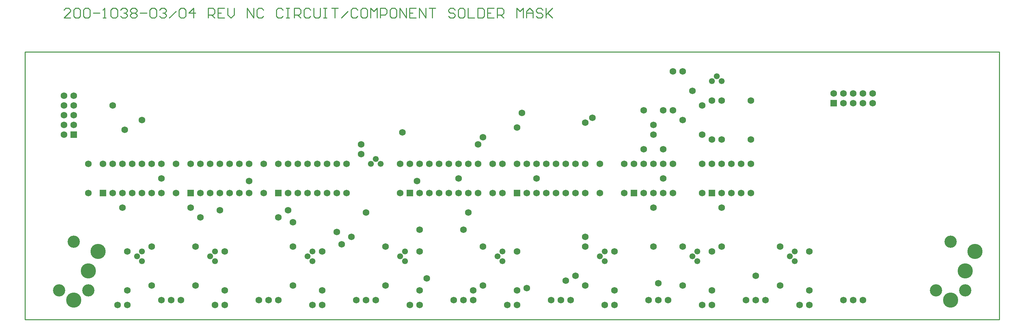
<source format=gbs>
*%FSLAX23Y23*%
*%MOIN*%
G01*
%ADD11C,0.007*%
%ADD12C,0.008*%
%ADD13C,0.010*%
%ADD14C,0.012*%
%ADD15C,0.020*%
%ADD16C,0.032*%
%ADD17C,0.036*%
%ADD18C,0.050*%
%ADD19C,0.052*%
%ADD20C,0.055*%
%ADD21C,0.056*%
%ADD22C,0.060*%
%ADD23C,0.061*%
%ADD24C,0.062*%
%ADD25C,0.068*%
%ADD26C,0.080*%
%ADD27C,0.095*%
%ADD28C,0.115*%
%ADD29C,0.120*%
%ADD30C,0.126*%
%ADD31C,0.150*%
%ADD32C,0.156*%
%ADD33R,0.062X0.062*%
%ADD34R,0.068X0.068*%
D13*
X5266Y9548D02*
X5333D01*
X5266D02*
X5333Y9615D01*
Y9631D01*
X5316Y9648D01*
X5283D01*
X5266Y9631D01*
X5366D02*
X5383Y9648D01*
X5416D01*
X5433Y9631D01*
Y9565D01*
X5416Y9548D01*
X5383D01*
X5366Y9565D01*
Y9631D01*
X5466D02*
X5483Y9648D01*
X5516D01*
X5533Y9631D01*
Y9565D01*
X5516Y9548D01*
X5483D01*
X5466Y9565D01*
Y9631D01*
X5566Y9598D02*
X5633D01*
X5666Y9548D02*
X5699D01*
X5683D01*
Y9648D01*
X5684D01*
X5683D02*
X5666Y9631D01*
X5749D02*
X5766Y9648D01*
X5799D01*
X5816Y9631D01*
Y9565D01*
X5799Y9548D01*
X5766D01*
X5749Y9565D01*
Y9631D01*
X5849D02*
X5866Y9648D01*
X5899D01*
X5916Y9631D01*
Y9615D01*
X5917D01*
X5916D02*
X5917D01*
X5916D02*
X5917D01*
X5916D02*
X5899Y9598D01*
X5882D01*
X5899D01*
X5916Y9581D01*
Y9565D01*
X5899Y9548D01*
X5866D01*
X5849Y9565D01*
X5949Y9631D02*
X5966Y9648D01*
X5999D01*
X6016Y9631D01*
Y9615D01*
X5999Y9598D01*
X6016Y9581D01*
Y9565D01*
X5999Y9548D01*
X5966D01*
X5949Y9565D01*
Y9581D01*
X5966Y9598D01*
X5949Y9615D01*
Y9631D01*
X5966Y9598D02*
X5999D01*
X6049D02*
X6116D01*
X6149Y9631D02*
X6166Y9648D01*
X6199D01*
X6216Y9631D01*
Y9565D01*
X6199Y9548D01*
X6166D01*
X6149Y9565D01*
Y9631D01*
X6249D02*
X6266Y9648D01*
X6299D01*
X6316Y9631D01*
Y9615D01*
X6317D01*
X6316D02*
X6317D01*
X6316D02*
X6317D01*
X6316D02*
X6299Y9598D01*
X6282D01*
X6299D01*
X6316Y9581D01*
Y9565D01*
X6299Y9548D01*
X6266D01*
X6249Y9565D01*
X6349Y9548D02*
X6416Y9615D01*
X6449Y9631D02*
X6466Y9648D01*
X6499D01*
X6516Y9631D01*
Y9565D01*
X6499Y9548D01*
X6466D01*
X6449Y9565D01*
Y9631D01*
X6599Y9648D02*
Y9548D01*
X6549Y9598D02*
X6599Y9648D01*
X6616Y9598D02*
X6549D01*
X6749Y9548D02*
Y9648D01*
X6799D01*
X6815Y9631D01*
Y9598D01*
X6799Y9581D01*
X6749D01*
X6782D02*
X6815Y9548D01*
X6849Y9648D02*
X6915D01*
X6849D02*
Y9548D01*
X6915D01*
X6882Y9598D02*
X6849D01*
X6949Y9581D02*
Y9648D01*
Y9581D02*
X6982Y9548D01*
X7015Y9581D01*
Y9648D01*
X7149D02*
Y9548D01*
X7215D02*
X7149Y9648D01*
X7215D02*
Y9548D01*
X7315Y9631D02*
X7299Y9648D01*
X7265D01*
X7249Y9631D01*
Y9565D01*
X7265Y9548D01*
X7299D01*
X7315Y9565D01*
X7499Y9648D02*
X7515Y9631D01*
X7499Y9648D02*
X7465D01*
X7449Y9631D01*
Y9565D01*
X7465Y9548D01*
X7499D01*
X7515Y9565D01*
X7549Y9648D02*
X7582D01*
X7565D01*
Y9548D01*
X7549D01*
X7582D01*
X7632D02*
Y9648D01*
X7682D01*
X7699Y9631D01*
Y9598D01*
X7682Y9581D01*
X7632D01*
X7665D02*
X7699Y9548D01*
X7799Y9631D02*
X7782Y9648D01*
X7749D01*
X7732Y9631D01*
Y9565D01*
X7749Y9548D01*
X7782D01*
X7799Y9565D01*
X7832D02*
Y9648D01*
Y9565D02*
X7848Y9548D01*
X7882D01*
X7898Y9565D01*
Y9648D01*
X7932D02*
X7965D01*
X7948D01*
Y9548D01*
X7932D01*
X7965D01*
X8015Y9648D02*
X8082D01*
X8048D01*
Y9548D01*
X8115D02*
X8182Y9615D01*
X8265Y9648D02*
X8282Y9631D01*
X8265Y9648D02*
X8232D01*
X8215Y9631D01*
Y9565D01*
X8232Y9548D01*
X8265D01*
X8282Y9565D01*
X8332Y9648D02*
X8365D01*
X8332D02*
X8315Y9631D01*
Y9565D01*
X8332Y9548D01*
X8365D01*
X8382Y9565D01*
Y9631D01*
X8365Y9648D01*
X8415D02*
Y9548D01*
X8448Y9615D02*
X8415Y9648D01*
X8448Y9615D02*
X8482Y9648D01*
Y9548D01*
X8515D02*
Y9648D01*
X8565D01*
X8582Y9631D01*
Y9598D01*
X8565Y9581D01*
X8515D01*
X8632Y9648D02*
X8665D01*
X8632D02*
X8615Y9631D01*
Y9565D01*
X8632Y9548D01*
X8665D01*
X8682Y9565D01*
Y9631D01*
X8665Y9648D01*
X8715D02*
Y9548D01*
X8782D02*
X8715Y9648D01*
X8782D02*
Y9548D01*
X8815Y9648D02*
X8881D01*
X8815D02*
Y9548D01*
X8881D01*
X8848Y9598D02*
X8815D01*
X8915Y9548D02*
Y9648D01*
X8981Y9548D01*
Y9648D01*
X9015D02*
X9081D01*
X9048D01*
Y9548D01*
X9265Y9648D02*
X9281Y9631D01*
X9265Y9648D02*
X9231D01*
X9215Y9631D01*
Y9615D01*
X9231Y9598D01*
X9265D01*
X9281Y9581D01*
Y9565D01*
X9265Y9548D01*
X9231D01*
X9215Y9565D01*
X9331Y9648D02*
X9365D01*
X9331D02*
X9315Y9631D01*
Y9565D01*
X9331Y9548D01*
X9365D01*
X9381Y9565D01*
Y9631D01*
X9365Y9648D01*
X9415D02*
Y9548D01*
X9481D01*
X9515D02*
Y9648D01*
Y9548D02*
X9565D01*
X9581Y9565D01*
Y9631D01*
X9565Y9648D01*
X9515D01*
X9615D02*
X9681D01*
X9615D02*
Y9548D01*
X9681D01*
X9648Y9598D02*
X9615D01*
X9715Y9548D02*
Y9648D01*
X9765D01*
X9781Y9631D01*
Y9598D01*
X9765Y9581D01*
X9715D01*
X9748D02*
X9781Y9548D01*
X9914D02*
Y9648D01*
X9948Y9615D01*
X9981Y9648D01*
Y9548D01*
X10014D02*
Y9615D01*
X10048Y9648D01*
X10081Y9615D01*
Y9548D01*
Y9598D01*
X10014D01*
X10164Y9648D02*
X10181Y9631D01*
X10164Y9648D02*
X10131D01*
X10114Y9631D01*
Y9615D01*
X10131Y9598D01*
X10164D01*
X10181Y9581D01*
Y9565D01*
X10164Y9548D01*
X10131D01*
X10114Y9565D01*
X10214Y9548D02*
Y9648D01*
Y9581D02*
Y9548D01*
Y9581D02*
X10281Y9648D01*
X10231Y9598D01*
X10281Y9548D01*
X14866Y9198D02*
Y6448D01*
X4866D02*
Y9198D01*
X14866D01*
Y6448D02*
X4866D01*
D23*
X6816Y7048D02*
D03*
X6766Y7098D02*
D03*
X6816Y7148D02*
D03*
X6066Y7048D02*
D03*
X6016Y7098D02*
D03*
X6066Y7148D02*
D03*
X8416Y8048D02*
D03*
X8466Y8098D02*
D03*
X8516Y8048D02*
D03*
X7816Y7048D02*
D03*
X7766Y7098D02*
D03*
X7816Y7148D02*
D03*
X9766Y7048D02*
D03*
X9716Y7098D02*
D03*
X9766Y7148D02*
D03*
X8766Y7048D02*
D03*
X8716Y7098D02*
D03*
X8766Y7148D02*
D03*
X10816Y7048D02*
D03*
X10766Y7098D02*
D03*
X10816Y7148D02*
D03*
X12766Y7048D02*
D03*
X12716Y7098D02*
D03*
X12766Y7148D02*
D03*
X11766Y7048D02*
D03*
X11716Y7098D02*
D03*
X11766Y7148D02*
D03*
X11916Y8898D02*
D03*
X11966Y8948D02*
D03*
X12016Y8898D02*
D03*
D25*
X12366Y6898D02*
D03*
X11416Y7898D02*
D03*
X11366Y6823D02*
D03*
X10691Y8523D02*
D03*
X10616Y8473D02*
D03*
Y7298D02*
D03*
X10516Y6898D02*
D03*
X10416Y6848D02*
D03*
X10116Y7898D02*
D03*
X9966Y8573D02*
D03*
X10016Y6773D02*
D03*
X9916Y8423D02*
D03*
X9566Y8323D02*
D03*
X9516Y8248D02*
D03*
X9416Y7548D02*
D03*
X9466Y6748D02*
D03*
X9366Y7373D02*
D03*
X9316Y7898D02*
D03*
X8991Y6873D02*
D03*
X8891Y7873D02*
D03*
X8916Y7373D02*
D03*
X8741Y8373D02*
D03*
X8366Y7548D02*
D03*
X8216Y7298D02*
D03*
X8116Y7223D02*
D03*
X8066Y7348D02*
D03*
X7616Y7448D02*
D03*
X7566Y7573D02*
D03*
X7466Y7498D02*
D03*
X7166Y7873D02*
D03*
X6866Y7573D02*
D03*
X6666Y7498D02*
D03*
X6566Y7598D02*
D03*
X6266Y7898D02*
D03*
X6066Y8498D02*
D03*
X5891Y8398D02*
D03*
X5866Y7598D02*
D03*
X5766Y8648D02*
D03*
X5266Y8748D02*
D03*
X5366D02*
D03*
Y8648D02*
D03*
X5266Y8548D02*
D03*
X5366D02*
D03*
X5266Y8448D02*
D03*
X5366D02*
D03*
X5266Y8348D02*
D03*
Y8648D02*
D03*
X6816Y6598D02*
D03*
X6916D02*
D03*
X6266Y6648D02*
D03*
X6466D02*
D03*
X6366D02*
D03*
X5816Y6598D02*
D03*
X5916D02*
D03*
X5516Y8048D02*
D03*
Y7748D02*
D03*
X6416Y8048D02*
D03*
Y7748D02*
D03*
X5766D02*
D03*
X5966D02*
D03*
X6066D02*
D03*
X6166D02*
D03*
X6266D02*
D03*
Y8048D02*
D03*
X6166D02*
D03*
X6066D02*
D03*
X5966D02*
D03*
X5866D02*
D03*
X5766D02*
D03*
X5666D02*
D03*
X5866Y7748D02*
D03*
X6666D02*
D03*
X6866D02*
D03*
X6966D02*
D03*
X7066D02*
D03*
X7166D02*
D03*
Y8048D02*
D03*
X7066D02*
D03*
X6966D02*
D03*
X6866D02*
D03*
X6766D02*
D03*
X6666D02*
D03*
X6566D02*
D03*
X6766Y7748D02*
D03*
X6916Y6748D02*
D03*
Y7148D02*
D03*
X5916Y6748D02*
D03*
Y7148D02*
D03*
X6616Y6798D02*
D03*
Y7198D02*
D03*
X6166Y6798D02*
D03*
Y7198D02*
D03*
X7266Y6648D02*
D03*
X7466D02*
D03*
X7366D02*
D03*
X8266D02*
D03*
X8466D02*
D03*
X8366D02*
D03*
X7816Y6598D02*
D03*
X7916D02*
D03*
X7316Y8048D02*
D03*
Y7748D02*
D03*
X8316Y8148D02*
D03*
Y8248D02*
D03*
X7566Y7748D02*
D03*
X7666D02*
D03*
X7766D02*
D03*
X7866D02*
D03*
X7966D02*
D03*
X8066D02*
D03*
X8166D02*
D03*
Y8048D02*
D03*
X8066D02*
D03*
X7966D02*
D03*
X7866D02*
D03*
X7766D02*
D03*
X7666D02*
D03*
X7566D02*
D03*
X7466D02*
D03*
X7916Y6748D02*
D03*
Y7148D02*
D03*
X7616Y6798D02*
D03*
Y7198D02*
D03*
X9266Y6648D02*
D03*
X9466D02*
D03*
X9366D02*
D03*
X9816Y6598D02*
D03*
X9916D02*
D03*
X8816D02*
D03*
X8916D02*
D03*
X9666Y7748D02*
D03*
Y8048D02*
D03*
X9766D02*
D03*
Y7748D02*
D03*
X10016D02*
D03*
X10116D02*
D03*
X10216D02*
D03*
X10316D02*
D03*
X10416D02*
D03*
X10516D02*
D03*
X10616D02*
D03*
Y8048D02*
D03*
X10516D02*
D03*
X10416D02*
D03*
X10316D02*
D03*
X10216D02*
D03*
X10116D02*
D03*
X10016D02*
D03*
X9916D02*
D03*
X8716D02*
D03*
Y7748D02*
D03*
X8916D02*
D03*
X9016D02*
D03*
X9116D02*
D03*
X9216D02*
D03*
X9316D02*
D03*
X9416D02*
D03*
X9516D02*
D03*
Y8048D02*
D03*
X9416D02*
D03*
X9316D02*
D03*
X9216D02*
D03*
X9116D02*
D03*
X9016D02*
D03*
X8916D02*
D03*
X8816D02*
D03*
X9916Y6748D02*
D03*
Y7148D02*
D03*
X8916Y6748D02*
D03*
Y7148D02*
D03*
X9566Y6798D02*
D03*
Y7198D02*
D03*
X8566Y6798D02*
D03*
Y7198D02*
D03*
X10266Y6648D02*
D03*
X10466D02*
D03*
X10366D02*
D03*
X11266D02*
D03*
X11466D02*
D03*
X11366D02*
D03*
X10816Y6598D02*
D03*
X10916D02*
D03*
X11316Y7198D02*
D03*
Y7598D02*
D03*
X10766Y7748D02*
D03*
Y8048D02*
D03*
X11416Y8598D02*
D03*
Y8198D02*
D03*
X11316Y8448D02*
D03*
Y8348D02*
D03*
X11216Y8598D02*
D03*
Y8198D02*
D03*
X11516Y7748D02*
D03*
Y8048D02*
D03*
X11016D02*
D03*
Y7748D02*
D03*
X11316D02*
D03*
X11416D02*
D03*
Y8048D02*
D03*
X11316D02*
D03*
X11216D02*
D03*
X11116D02*
D03*
X11216Y7748D02*
D03*
X10916Y6748D02*
D03*
Y7148D02*
D03*
X11616Y6798D02*
D03*
Y7198D02*
D03*
X10616Y6798D02*
D03*
Y7198D02*
D03*
X11516Y8598D02*
D03*
Y8998D02*
D03*
X11616D02*
D03*
Y8498D02*
D03*
X11716Y8798D02*
D03*
X12266Y6648D02*
D03*
X12466D02*
D03*
X12366D02*
D03*
X12816Y6598D02*
D03*
X12916D02*
D03*
X11816D02*
D03*
X11916D02*
D03*
X12016Y8698D02*
D03*
Y8298D02*
D03*
X11816Y8348D02*
D03*
Y8648D02*
D03*
X11916Y8698D02*
D03*
Y8298D02*
D03*
X12016Y7198D02*
D03*
Y7598D02*
D03*
X12316Y7748D02*
D03*
Y8048D02*
D03*
X11816D02*
D03*
Y7748D02*
D03*
X12116D02*
D03*
X12216D02*
D03*
Y8048D02*
D03*
X12116D02*
D03*
X12016D02*
D03*
X11916D02*
D03*
X12016Y7748D02*
D03*
X12916Y6748D02*
D03*
Y7148D02*
D03*
X11916Y6748D02*
D03*
Y7148D02*
D03*
X12616Y6798D02*
D03*
Y7198D02*
D03*
X13466Y8773D02*
D03*
X13166D02*
D03*
X13266Y8673D02*
D03*
Y8773D02*
D03*
X13366Y8673D02*
D03*
Y8773D02*
D03*
X13466Y8673D02*
D03*
X13566D02*
D03*
Y8773D02*
D03*
X12316Y8298D02*
D03*
Y8698D02*
D03*
X13266Y6648D02*
D03*
X13466D02*
D03*
X13366D02*
D03*
D30*
X5516Y6748D02*
D03*
X5216D02*
D03*
X5366Y7248D02*
D03*
X14516Y6748D02*
D03*
X14216D02*
D03*
X14366Y7248D02*
D03*
D32*
X5516Y6948D02*
D03*
X5616Y7148D02*
D03*
X5366Y6648D02*
D03*
X14516Y6948D02*
D03*
X14616Y7148D02*
D03*
X14366Y6648D02*
D03*
D34*
X5366Y8348D02*
D03*
X5666Y7748D02*
D03*
X6566D02*
D03*
X7466D02*
D03*
X9916D02*
D03*
X8816D02*
D03*
X11116D02*
D03*
X11916D02*
D03*
X13166Y8673D02*
D03*
M02*

</source>
